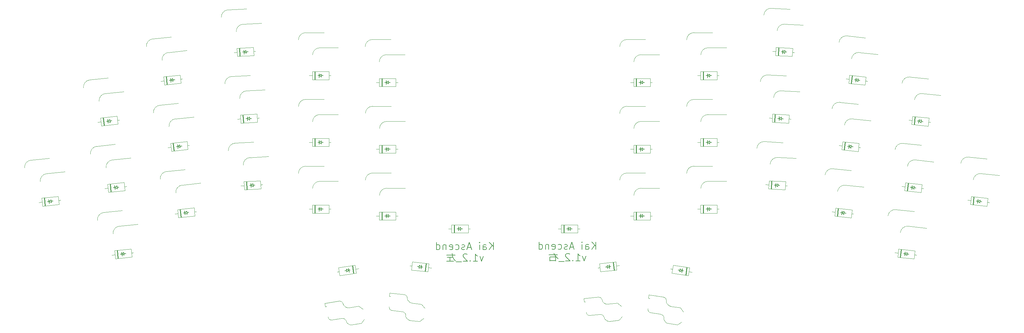
<source format=gbo>
%TF.GenerationSoftware,KiCad,Pcbnew,7.0.9*%
%TF.CreationDate,2024-02-19T09:25:44+08:00*%
%TF.ProjectId,ascend,61736365-6e64-42e6-9b69-6361645f7063,v1.2*%
%TF.SameCoordinates,Original*%
%TF.FileFunction,Legend,Bot*%
%TF.FilePolarity,Positive*%
%FSLAX46Y46*%
G04 Gerber Fmt 4.6, Leading zero omitted, Abs format (unit mm)*
G04 Created by KiCad (PCBNEW 7.0.9) date 2024-02-19 09:25:44*
%MOMM*%
%LPD*%
G01*
G04 APERTURE LIST*
%ADD10C,0.150000*%
%ADD11C,0.120000*%
%ADD12C,0.100000*%
%ADD13C,0.250000*%
G04 APERTURE END LIST*
D10*
X213411442Y-168918836D02*
X213411442Y-166918836D01*
X212268585Y-168918836D02*
X213125728Y-167775978D01*
X212268585Y-166918836D02*
X213411442Y-168061693D01*
X210554299Y-168918836D02*
X210554299Y-167871217D01*
X210554299Y-167871217D02*
X210649537Y-167680740D01*
X210649537Y-167680740D02*
X210840013Y-167585502D01*
X210840013Y-167585502D02*
X211220966Y-167585502D01*
X211220966Y-167585502D02*
X211411442Y-167680740D01*
X210554299Y-168823598D02*
X210744775Y-168918836D01*
X210744775Y-168918836D02*
X211220966Y-168918836D01*
X211220966Y-168918836D02*
X211411442Y-168823598D01*
X211411442Y-168823598D02*
X211506680Y-168633121D01*
X211506680Y-168633121D02*
X211506680Y-168442645D01*
X211506680Y-168442645D02*
X211411442Y-168252169D01*
X211411442Y-168252169D02*
X211220966Y-168156931D01*
X211220966Y-168156931D02*
X210744775Y-168156931D01*
X210744775Y-168156931D02*
X210554299Y-168061693D01*
X209601918Y-168918836D02*
X209601918Y-167585502D01*
X209601918Y-166918836D02*
X209697156Y-167014074D01*
X209697156Y-167014074D02*
X209601918Y-167109312D01*
X209601918Y-167109312D02*
X209506680Y-167014074D01*
X209506680Y-167014074D02*
X209601918Y-166918836D01*
X209601918Y-166918836D02*
X209601918Y-167109312D01*
X207220965Y-168347407D02*
X206268584Y-168347407D01*
X207411441Y-168918836D02*
X206744775Y-166918836D01*
X206744775Y-166918836D02*
X206078108Y-168918836D01*
X205506679Y-168823598D02*
X205316203Y-168918836D01*
X205316203Y-168918836D02*
X204935251Y-168918836D01*
X204935251Y-168918836D02*
X204744774Y-168823598D01*
X204744774Y-168823598D02*
X204649536Y-168633121D01*
X204649536Y-168633121D02*
X204649536Y-168537883D01*
X204649536Y-168537883D02*
X204744774Y-168347407D01*
X204744774Y-168347407D02*
X204935251Y-168252169D01*
X204935251Y-168252169D02*
X205220965Y-168252169D01*
X205220965Y-168252169D02*
X205411441Y-168156931D01*
X205411441Y-168156931D02*
X205506679Y-167966455D01*
X205506679Y-167966455D02*
X205506679Y-167871217D01*
X205506679Y-167871217D02*
X205411441Y-167680740D01*
X205411441Y-167680740D02*
X205220965Y-167585502D01*
X205220965Y-167585502D02*
X204935251Y-167585502D01*
X204935251Y-167585502D02*
X204744774Y-167680740D01*
X202935250Y-168823598D02*
X203125726Y-168918836D01*
X203125726Y-168918836D02*
X203506679Y-168918836D01*
X203506679Y-168918836D02*
X203697155Y-168823598D01*
X203697155Y-168823598D02*
X203792393Y-168728359D01*
X203792393Y-168728359D02*
X203887631Y-168537883D01*
X203887631Y-168537883D02*
X203887631Y-167966455D01*
X203887631Y-167966455D02*
X203792393Y-167775978D01*
X203792393Y-167775978D02*
X203697155Y-167680740D01*
X203697155Y-167680740D02*
X203506679Y-167585502D01*
X203506679Y-167585502D02*
X203125726Y-167585502D01*
X203125726Y-167585502D02*
X202935250Y-167680740D01*
X201316202Y-168823598D02*
X201506678Y-168918836D01*
X201506678Y-168918836D02*
X201887631Y-168918836D01*
X201887631Y-168918836D02*
X202078107Y-168823598D01*
X202078107Y-168823598D02*
X202173345Y-168633121D01*
X202173345Y-168633121D02*
X202173345Y-167871217D01*
X202173345Y-167871217D02*
X202078107Y-167680740D01*
X202078107Y-167680740D02*
X201887631Y-167585502D01*
X201887631Y-167585502D02*
X201506678Y-167585502D01*
X201506678Y-167585502D02*
X201316202Y-167680740D01*
X201316202Y-167680740D02*
X201220964Y-167871217D01*
X201220964Y-167871217D02*
X201220964Y-168061693D01*
X201220964Y-168061693D02*
X202173345Y-168252169D01*
X200363821Y-167585502D02*
X200363821Y-168918836D01*
X200363821Y-167775978D02*
X200268583Y-167680740D01*
X200268583Y-167680740D02*
X200078107Y-167585502D01*
X200078107Y-167585502D02*
X199792392Y-167585502D01*
X199792392Y-167585502D02*
X199601916Y-167680740D01*
X199601916Y-167680740D02*
X199506678Y-167871217D01*
X199506678Y-167871217D02*
X199506678Y-168918836D01*
X197697154Y-168918836D02*
X197697154Y-166918836D01*
X197697154Y-168823598D02*
X197887630Y-168918836D01*
X197887630Y-168918836D02*
X198268583Y-168918836D01*
X198268583Y-168918836D02*
X198459059Y-168823598D01*
X198459059Y-168823598D02*
X198554297Y-168728359D01*
X198554297Y-168728359D02*
X198649535Y-168537883D01*
X198649535Y-168537883D02*
X198649535Y-167966455D01*
X198649535Y-167966455D02*
X198554297Y-167775978D01*
X198554297Y-167775978D02*
X198459059Y-167680740D01*
X198459059Y-167680740D02*
X198268583Y-167585502D01*
X198268583Y-167585502D02*
X197887630Y-167585502D01*
X197887630Y-167585502D02*
X197697154Y-167680740D01*
X210649537Y-170805502D02*
X210173347Y-172138836D01*
X210173347Y-172138836D02*
X209697156Y-170805502D01*
X207887632Y-172138836D02*
X209030489Y-172138836D01*
X208459061Y-172138836D02*
X208459061Y-170138836D01*
X208459061Y-170138836D02*
X208649537Y-170424550D01*
X208649537Y-170424550D02*
X208840013Y-170615026D01*
X208840013Y-170615026D02*
X209030489Y-170710264D01*
X207030489Y-171948359D02*
X206935251Y-172043598D01*
X206935251Y-172043598D02*
X207030489Y-172138836D01*
X207030489Y-172138836D02*
X207125727Y-172043598D01*
X207125727Y-172043598D02*
X207030489Y-171948359D01*
X207030489Y-171948359D02*
X207030489Y-172138836D01*
X206173346Y-170329312D02*
X206078108Y-170234074D01*
X206078108Y-170234074D02*
X205887632Y-170138836D01*
X205887632Y-170138836D02*
X205411441Y-170138836D01*
X205411441Y-170138836D02*
X205220965Y-170234074D01*
X205220965Y-170234074D02*
X205125727Y-170329312D01*
X205125727Y-170329312D02*
X205030489Y-170519788D01*
X205030489Y-170519788D02*
X205030489Y-170710264D01*
X205030489Y-170710264D02*
X205125727Y-170995978D01*
X205125727Y-170995978D02*
X206268584Y-172138836D01*
X206268584Y-172138836D02*
X205030489Y-172138836D01*
X204649537Y-172329312D02*
X203125727Y-172329312D01*
X202840012Y-170424550D02*
X200459060Y-170424550D01*
X202173346Y-171091217D02*
X200649536Y-171091217D01*
X202459060Y-172138836D02*
X200459060Y-172138836D01*
X201411441Y-171091217D02*
X201411441Y-172138836D01*
X201982869Y-169948359D02*
X202173346Y-170995978D01*
X202173346Y-170995978D02*
X202554298Y-171662645D01*
X202554298Y-171662645D02*
X202935250Y-172043598D01*
X241750528Y-168829695D02*
X241750528Y-166829695D01*
X240607671Y-168829695D02*
X241464814Y-167686837D01*
X240607671Y-166829695D02*
X241750528Y-167972552D01*
X238893385Y-168829695D02*
X238893385Y-167782076D01*
X238893385Y-167782076D02*
X238988623Y-167591599D01*
X238988623Y-167591599D02*
X239179099Y-167496361D01*
X239179099Y-167496361D02*
X239560052Y-167496361D01*
X239560052Y-167496361D02*
X239750528Y-167591599D01*
X238893385Y-168734457D02*
X239083861Y-168829695D01*
X239083861Y-168829695D02*
X239560052Y-168829695D01*
X239560052Y-168829695D02*
X239750528Y-168734457D01*
X239750528Y-168734457D02*
X239845766Y-168543980D01*
X239845766Y-168543980D02*
X239845766Y-168353504D01*
X239845766Y-168353504D02*
X239750528Y-168163028D01*
X239750528Y-168163028D02*
X239560052Y-168067790D01*
X239560052Y-168067790D02*
X239083861Y-168067790D01*
X239083861Y-168067790D02*
X238893385Y-167972552D01*
X237941004Y-168829695D02*
X237941004Y-167496361D01*
X237941004Y-166829695D02*
X238036242Y-166924933D01*
X238036242Y-166924933D02*
X237941004Y-167020171D01*
X237941004Y-167020171D02*
X237845766Y-166924933D01*
X237845766Y-166924933D02*
X237941004Y-166829695D01*
X237941004Y-166829695D02*
X237941004Y-167020171D01*
X235560051Y-168258266D02*
X234607670Y-168258266D01*
X235750527Y-168829695D02*
X235083861Y-166829695D01*
X235083861Y-166829695D02*
X234417194Y-168829695D01*
X233845765Y-168734457D02*
X233655289Y-168829695D01*
X233655289Y-168829695D02*
X233274337Y-168829695D01*
X233274337Y-168829695D02*
X233083860Y-168734457D01*
X233083860Y-168734457D02*
X232988622Y-168543980D01*
X232988622Y-168543980D02*
X232988622Y-168448742D01*
X232988622Y-168448742D02*
X233083860Y-168258266D01*
X233083860Y-168258266D02*
X233274337Y-168163028D01*
X233274337Y-168163028D02*
X233560051Y-168163028D01*
X233560051Y-168163028D02*
X233750527Y-168067790D01*
X233750527Y-168067790D02*
X233845765Y-167877314D01*
X233845765Y-167877314D02*
X233845765Y-167782076D01*
X233845765Y-167782076D02*
X233750527Y-167591599D01*
X233750527Y-167591599D02*
X233560051Y-167496361D01*
X233560051Y-167496361D02*
X233274337Y-167496361D01*
X233274337Y-167496361D02*
X233083860Y-167591599D01*
X231274336Y-168734457D02*
X231464812Y-168829695D01*
X231464812Y-168829695D02*
X231845765Y-168829695D01*
X231845765Y-168829695D02*
X232036241Y-168734457D01*
X232036241Y-168734457D02*
X232131479Y-168639218D01*
X232131479Y-168639218D02*
X232226717Y-168448742D01*
X232226717Y-168448742D02*
X232226717Y-167877314D01*
X232226717Y-167877314D02*
X232131479Y-167686837D01*
X232131479Y-167686837D02*
X232036241Y-167591599D01*
X232036241Y-167591599D02*
X231845765Y-167496361D01*
X231845765Y-167496361D02*
X231464812Y-167496361D01*
X231464812Y-167496361D02*
X231274336Y-167591599D01*
X229655288Y-168734457D02*
X229845764Y-168829695D01*
X229845764Y-168829695D02*
X230226717Y-168829695D01*
X230226717Y-168829695D02*
X230417193Y-168734457D01*
X230417193Y-168734457D02*
X230512431Y-168543980D01*
X230512431Y-168543980D02*
X230512431Y-167782076D01*
X230512431Y-167782076D02*
X230417193Y-167591599D01*
X230417193Y-167591599D02*
X230226717Y-167496361D01*
X230226717Y-167496361D02*
X229845764Y-167496361D01*
X229845764Y-167496361D02*
X229655288Y-167591599D01*
X229655288Y-167591599D02*
X229560050Y-167782076D01*
X229560050Y-167782076D02*
X229560050Y-167972552D01*
X229560050Y-167972552D02*
X230512431Y-168163028D01*
X228702907Y-167496361D02*
X228702907Y-168829695D01*
X228702907Y-167686837D02*
X228607669Y-167591599D01*
X228607669Y-167591599D02*
X228417193Y-167496361D01*
X228417193Y-167496361D02*
X228131478Y-167496361D01*
X228131478Y-167496361D02*
X227941002Y-167591599D01*
X227941002Y-167591599D02*
X227845764Y-167782076D01*
X227845764Y-167782076D02*
X227845764Y-168829695D01*
X226036240Y-168829695D02*
X226036240Y-166829695D01*
X226036240Y-168734457D02*
X226226716Y-168829695D01*
X226226716Y-168829695D02*
X226607669Y-168829695D01*
X226607669Y-168829695D02*
X226798145Y-168734457D01*
X226798145Y-168734457D02*
X226893383Y-168639218D01*
X226893383Y-168639218D02*
X226988621Y-168448742D01*
X226988621Y-168448742D02*
X226988621Y-167877314D01*
X226988621Y-167877314D02*
X226893383Y-167686837D01*
X226893383Y-167686837D02*
X226798145Y-167591599D01*
X226798145Y-167591599D02*
X226607669Y-167496361D01*
X226607669Y-167496361D02*
X226226716Y-167496361D01*
X226226716Y-167496361D02*
X226036240Y-167591599D01*
X238988623Y-170716361D02*
X238512433Y-172049695D01*
X238512433Y-172049695D02*
X238036242Y-170716361D01*
X236226718Y-172049695D02*
X237369575Y-172049695D01*
X236798147Y-172049695D02*
X236798147Y-170049695D01*
X236798147Y-170049695D02*
X236988623Y-170335409D01*
X236988623Y-170335409D02*
X237179099Y-170525885D01*
X237179099Y-170525885D02*
X237369575Y-170621123D01*
X235369575Y-171859218D02*
X235274337Y-171954457D01*
X235274337Y-171954457D02*
X235369575Y-172049695D01*
X235369575Y-172049695D02*
X235464813Y-171954457D01*
X235464813Y-171954457D02*
X235369575Y-171859218D01*
X235369575Y-171859218D02*
X235369575Y-172049695D01*
X234512432Y-170240171D02*
X234417194Y-170144933D01*
X234417194Y-170144933D02*
X234226718Y-170049695D01*
X234226718Y-170049695D02*
X233750527Y-170049695D01*
X233750527Y-170049695D02*
X233560051Y-170144933D01*
X233560051Y-170144933D02*
X233464813Y-170240171D01*
X233464813Y-170240171D02*
X233369575Y-170430647D01*
X233369575Y-170430647D02*
X233369575Y-170621123D01*
X233369575Y-170621123D02*
X233464813Y-170906837D01*
X233464813Y-170906837D02*
X234607670Y-172049695D01*
X234607670Y-172049695D02*
X233369575Y-172049695D01*
X232988623Y-172240171D02*
X231464813Y-172240171D01*
X231179098Y-170335409D02*
X228798146Y-170335409D01*
X230607670Y-171954457D02*
X228988622Y-171954457D01*
X230607670Y-170906837D02*
X230607670Y-172049695D01*
X230702908Y-171002076D02*
X228988622Y-171002076D01*
X228988622Y-171002076D02*
X228988622Y-172049695D01*
X230607670Y-170811599D02*
X231274336Y-171478266D01*
X230131479Y-169954457D02*
X230702908Y-171002076D01*
D11*
%TO.C,D5_r1*%
X275270885Y-121822257D02*
X270685885Y-121822257D01*
D12*
X275270885Y-120702257D02*
X275795885Y-120702257D01*
D11*
X275270885Y-119582257D02*
X275270885Y-121822257D01*
D10*
X273195885Y-121102257D02*
X273195885Y-120302257D01*
X273195885Y-121102257D02*
X273195885Y-120302257D01*
X273195885Y-120702257D02*
X273695885Y-120702257D01*
X273195885Y-120702257D02*
X273695885Y-120702257D01*
X273195885Y-120302257D02*
X272595885Y-120702257D01*
X273195885Y-120302257D02*
X272595885Y-120702257D01*
X272595885Y-120702257D02*
X273195885Y-121102257D01*
X272595885Y-120702257D02*
X273195885Y-121102257D01*
X272595885Y-120702257D02*
X272595885Y-121252257D01*
X272595885Y-120702257D02*
X272595885Y-121252257D01*
X272595885Y-120702257D02*
X272595885Y-120152257D01*
X272595885Y-120702257D02*
X272595885Y-120152257D01*
X272195885Y-120702257D02*
X272595885Y-120702257D01*
X272195885Y-120702257D02*
X272595885Y-120702257D01*
D11*
X271405885Y-121822257D02*
X271405885Y-119582257D01*
D13*
X271405885Y-121752257D02*
X271405885Y-119652257D01*
D11*
X270685885Y-121822257D02*
X270685885Y-119582257D01*
X270685885Y-119582257D02*
X275270885Y-119582257D01*
D12*
X269795885Y-120702257D02*
X270685885Y-120702257D01*
D11*
%TO.C,D12*%
X167970885Y-140322257D02*
X163385885Y-140322257D01*
D12*
X167970885Y-139202257D02*
X168495885Y-139202257D01*
D11*
X167970885Y-138082257D02*
X167970885Y-140322257D01*
D10*
X165895885Y-139602257D02*
X165895885Y-138802257D01*
X165895885Y-139602257D02*
X165895885Y-138802257D01*
X165895885Y-139202257D02*
X166395885Y-139202257D01*
X165895885Y-139202257D02*
X166395885Y-139202257D01*
X165895885Y-138802257D02*
X165295885Y-139202257D01*
X165895885Y-138802257D02*
X165295885Y-139202257D01*
X165295885Y-139202257D02*
X165895885Y-139602257D01*
X165295885Y-139202257D02*
X165895885Y-139602257D01*
X165295885Y-139202257D02*
X165295885Y-139752257D01*
X165295885Y-139202257D02*
X165295885Y-139752257D01*
X165295885Y-139202257D02*
X165295885Y-138652257D01*
X165295885Y-139202257D02*
X165295885Y-138652257D01*
X164895885Y-139202257D02*
X165295885Y-139202257D01*
X164895885Y-139202257D02*
X165295885Y-139202257D01*
D11*
X164105885Y-140322257D02*
X164105885Y-138082257D01*
D13*
X164105885Y-140252257D02*
X164105885Y-138152257D01*
D11*
X163385885Y-140322257D02*
X163385885Y-138082257D01*
X163385885Y-138082257D02*
X167970885Y-138082257D01*
D12*
X162495885Y-139202257D02*
X163385885Y-139202257D01*
D11*
%TO.C,S16_r1*%
X326633907Y-139483996D02*
X331705968Y-140017091D01*
X330073522Y-144068649D02*
X335145584Y-144601744D01*
X326633907Y-139483996D02*
G75*
G03*
X324435806Y-141263983I-209058J-1989043D01*
G01*
X330073522Y-144068649D02*
G75*
G03*
X327875422Y-145848636I-209057J-1989043D01*
G01*
%TO.C,S10*%
X142059514Y-139422580D02*
X147152524Y-139155666D01*
X146173980Y-143412713D02*
X151266991Y-143145800D01*
X142059514Y-139422581D02*
G75*
G03*
X140166928Y-141524511I104671J-1997257D01*
G01*
X146173980Y-143412715D02*
G75*
G03*
X144281394Y-145514644I104671J-1997257D01*
G01*
%TO.C,D13*%
X167970885Y-158822257D02*
X163385885Y-158822257D01*
D12*
X167970885Y-157702257D02*
X168495885Y-157702257D01*
D11*
X167970885Y-156582257D02*
X167970885Y-158822257D01*
D10*
X165895885Y-158102257D02*
X165895885Y-157302257D01*
X165895885Y-158102257D02*
X165895885Y-157302257D01*
X165895885Y-157702257D02*
X166395885Y-157702257D01*
X165895885Y-157702257D02*
X166395885Y-157702257D01*
X165895885Y-157302257D02*
X165295885Y-157702257D01*
X165895885Y-157302257D02*
X165295885Y-157702257D01*
X165295885Y-157702257D02*
X165895885Y-158102257D01*
X165295885Y-157702257D02*
X165895885Y-158102257D01*
X165295885Y-157702257D02*
X165295885Y-158252257D01*
X165295885Y-157702257D02*
X165295885Y-158252257D01*
X165295885Y-157702257D02*
X165295885Y-157152257D01*
X165295885Y-157702257D02*
X165295885Y-157152257D01*
X164895885Y-157702257D02*
X165295885Y-157702257D01*
X164895885Y-157702257D02*
X165295885Y-157702257D01*
D11*
X164105885Y-158822257D02*
X164105885Y-156582257D01*
D13*
X164105885Y-158752257D02*
X164105885Y-156652257D01*
D11*
X163385885Y-158822257D02*
X163385885Y-156582257D01*
X163385885Y-156582257D02*
X167970885Y-156582257D01*
D12*
X162495885Y-157702257D02*
X163385885Y-157702257D01*
D11*
%TO.C,S10_r1*%
X289308550Y-120521300D02*
X294401561Y-120788213D01*
X292983394Y-124919654D02*
X298076405Y-125186567D01*
X289308550Y-120521301D02*
G75*
G03*
X287206620Y-122413887I-104673J-1997257D01*
G01*
X292983394Y-124919655D02*
G75*
G03*
X290881464Y-126812241I-104673J-1997257D01*
G01*
%TO.C,D18_r1*%
X349862799Y-156927636D02*
X345302916Y-156448373D01*
D12*
X349979870Y-155813772D02*
X350501994Y-155868649D01*
D11*
X350096942Y-154699907D02*
X349862799Y-156927636D01*
D10*
X347874426Y-155994684D02*
X347958049Y-155199066D01*
X347874426Y-155994684D02*
X347958049Y-155199066D01*
X347916237Y-155596875D02*
X348413498Y-155649139D01*
X347916237Y-155596875D02*
X348413498Y-155649139D01*
X347958049Y-155199066D02*
X347319524Y-155534158D01*
X347958049Y-155199066D02*
X347319524Y-155534158D01*
X347319524Y-155534158D02*
X347874426Y-155994684D01*
X347319524Y-155534158D02*
X347874426Y-155994684D01*
X347319524Y-155534158D02*
X347262034Y-156081145D01*
X347319524Y-155534158D02*
X347262034Y-156081145D01*
X347319524Y-155534158D02*
X347377015Y-154987171D01*
X347319524Y-155534158D02*
X347377015Y-154987171D01*
X346921716Y-155492347D02*
X347319524Y-155534158D01*
X346921716Y-155492347D02*
X347319524Y-155534158D01*
D11*
X346018971Y-156523634D02*
X346253115Y-154295905D01*
D13*
X346026288Y-156454017D02*
X346245798Y-154365521D01*
D11*
X345302916Y-156448373D02*
X345537059Y-154220644D01*
X345537059Y-154220644D02*
X350096942Y-154699907D01*
D12*
X344534863Y-155241478D02*
X345419988Y-155334509D01*
D11*
%TO.C,D10_r1*%
X295043331Y-133859714D02*
X290464615Y-133619754D01*
D12*
X295101948Y-132741249D02*
X295626228Y-132768725D01*
D11*
X295160564Y-131622784D02*
X295043331Y-133859714D01*
D10*
X293008857Y-133032104D02*
X293050726Y-132233200D01*
X293008857Y-133032104D02*
X293050726Y-132233200D01*
X293029791Y-132632652D02*
X293529106Y-132658820D01*
X293029791Y-132632652D02*
X293529106Y-132658820D01*
X293050726Y-132233200D02*
X292430614Y-132601250D01*
X293050726Y-132233200D02*
X292430614Y-132601250D01*
X292430614Y-132601250D02*
X293008857Y-133032104D01*
X292430614Y-132601250D02*
X293008857Y-133032104D01*
X292430614Y-132601250D02*
X292401829Y-133150497D01*
X292430614Y-132601250D02*
X292401829Y-133150497D01*
X292430614Y-132601250D02*
X292459398Y-132052004D01*
X292430614Y-132601250D02*
X292459398Y-132052004D01*
X292031162Y-132580316D02*
X292430614Y-132601250D01*
X292031162Y-132580316D02*
X292430614Y-132601250D01*
D11*
X291183628Y-133657436D02*
X291300861Y-131420506D01*
D13*
X291187292Y-133587532D02*
X291297197Y-131490410D01*
D11*
X290464615Y-133619754D02*
X290581848Y-131382824D01*
X290581848Y-131382824D02*
X295160564Y-131622784D01*
D12*
X289634451Y-132454710D02*
X290523231Y-132501289D01*
D11*
%TO.C,D12_r1*%
X316190889Y-123323877D02*
X311631006Y-122844614D01*
D12*
X316307960Y-122210013D02*
X316830084Y-122264890D01*
D11*
X316425032Y-121096148D02*
X316190889Y-123323877D01*
D10*
X314202516Y-122390925D02*
X314286139Y-121595307D01*
X314202516Y-122390925D02*
X314286139Y-121595307D01*
X314244327Y-121993116D02*
X314741588Y-122045380D01*
X314244327Y-121993116D02*
X314741588Y-122045380D01*
X314286139Y-121595307D02*
X313647614Y-121930399D01*
X314286139Y-121595307D02*
X313647614Y-121930399D01*
X313647614Y-121930399D02*
X314202516Y-122390925D01*
X313647614Y-121930399D02*
X314202516Y-122390925D01*
X313647614Y-121930399D02*
X313590124Y-122477386D01*
X313647614Y-121930399D02*
X313590124Y-122477386D01*
X313647614Y-121930399D02*
X313705105Y-121383412D01*
X313647614Y-121930399D02*
X313705105Y-121383412D01*
X313249806Y-121888588D02*
X313647614Y-121930399D01*
X313249806Y-121888588D02*
X313647614Y-121930399D01*
D11*
X312347061Y-122919875D02*
X312581205Y-120692146D01*
D13*
X312354378Y-122850258D02*
X312573888Y-120761762D01*
D11*
X311631006Y-122844614D02*
X311865149Y-120616885D01*
X311865149Y-120616885D02*
X316425032Y-121096148D01*
D12*
X310862953Y-121637719D02*
X311748078Y-121730750D01*
D11*
%TO.C,S8_r1*%
X265407300Y-189015197D02*
X264335257Y-189794081D01*
X264335257Y-189794081D02*
X261622077Y-189364356D01*
X265084891Y-185061079D02*
X265933601Y-186229228D01*
X262470480Y-184646997D02*
X265084891Y-185061079D01*
X261622077Y-189364356D02*
X261236553Y-189222298D01*
X261236553Y-189222298D02*
X260934588Y-188942617D01*
X261931825Y-184455373D02*
X262470480Y-184646997D01*
X260934588Y-188942617D02*
X260491529Y-188332799D01*
X261505496Y-184085123D02*
X261931825Y-184455373D01*
X260491529Y-188332799D02*
X260526258Y-188113532D01*
X260526258Y-188113532D02*
X260508847Y-187667315D01*
X261242522Y-183584825D02*
X261505496Y-184085123D01*
X260508847Y-187667315D02*
X260325263Y-187266663D01*
X261177708Y-183009604D02*
X261242522Y-183584825D01*
X261143335Y-182702445D02*
X261177708Y-183009604D01*
X260325263Y-187266663D02*
X260000951Y-186968256D01*
X260993072Y-182417430D02*
X261143335Y-182702445D01*
X260000951Y-186968256D02*
X259581953Y-186813809D01*
X260749039Y-182206660D02*
X260993072Y-182417430D01*
X260452085Y-182099891D02*
X260749039Y-182206660D01*
X259581953Y-186813809D02*
X256816426Y-186375792D01*
X256816426Y-186375792D02*
X256503620Y-186260439D01*
X256503620Y-186260439D02*
X256253670Y-186029494D01*
X256253670Y-186029494D02*
X256111268Y-185720413D01*
X256111268Y-185720413D02*
X256094112Y-185285373D01*
X256627560Y-182447888D02*
X256269029Y-182391103D01*
X256269029Y-182391103D02*
X256416391Y-181460700D01*
X256416391Y-181460700D02*
X260452085Y-182099891D01*
%TO.C,D9_r1*%
X296011545Y-115385068D02*
X291432829Y-115145108D01*
D12*
X296070162Y-114266603D02*
X296594442Y-114294079D01*
D11*
X296128778Y-113148138D02*
X296011545Y-115385068D01*
D10*
X293977071Y-114557458D02*
X294018940Y-113758554D01*
X293977071Y-114557458D02*
X294018940Y-113758554D01*
X293998005Y-114158006D02*
X294497320Y-114184174D01*
X293998005Y-114158006D02*
X294497320Y-114184174D01*
X294018940Y-113758554D02*
X293398828Y-114126604D01*
X294018940Y-113758554D02*
X293398828Y-114126604D01*
X293398828Y-114126604D02*
X293977071Y-114557458D01*
X293398828Y-114126604D02*
X293977071Y-114557458D01*
X293398828Y-114126604D02*
X293370043Y-114675851D01*
X293398828Y-114126604D02*
X293370043Y-114675851D01*
X293398828Y-114126604D02*
X293427612Y-113577358D01*
X293398828Y-114126604D02*
X293427612Y-113577358D01*
X292999376Y-114105670D02*
X293398828Y-114126604D01*
X292999376Y-114105670D02*
X293398828Y-114126604D01*
D11*
X292151842Y-115182790D02*
X292269075Y-112945860D01*
D13*
X292155506Y-115112886D02*
X292265411Y-113015764D01*
D11*
X291432829Y-115145108D02*
X291550062Y-112908178D01*
X291550062Y-112908178D02*
X296128778Y-113148138D01*
D12*
X290602665Y-113980064D02*
X291491445Y-114026643D01*
D11*
%TO.C,D3*%
X111581725Y-152576687D02*
X107021842Y-153055950D01*
D12*
X111464653Y-151462822D02*
X111986777Y-151407945D01*
D11*
X111347582Y-150348958D02*
X111581725Y-152576687D01*
D10*
X109442832Y-152077528D02*
X109359209Y-151281910D01*
X109442832Y-152077528D02*
X109359209Y-151281910D01*
X109401020Y-151679719D02*
X109898281Y-151627455D01*
X109401020Y-151679719D02*
X109898281Y-151627455D01*
X109359209Y-151281910D02*
X108804307Y-151742436D01*
X109359209Y-151281910D02*
X108804307Y-151742436D01*
X108804307Y-151742436D02*
X109442832Y-152077528D01*
X108804307Y-151742436D02*
X109442832Y-152077528D01*
X108804307Y-151742436D02*
X108861798Y-152289423D01*
X108804307Y-151742436D02*
X108861798Y-152289423D01*
X108804307Y-151742436D02*
X108746817Y-151195449D01*
X108804307Y-151742436D02*
X108746817Y-151195449D01*
X108406499Y-151784247D02*
X108804307Y-151742436D01*
X108406499Y-151784247D02*
X108804307Y-151742436D01*
D11*
X107737898Y-152980689D02*
X107503754Y-150752960D01*
D13*
X107730581Y-152911073D02*
X107511071Y-150822577D01*
D11*
X107021842Y-153055950D02*
X106787699Y-150828221D01*
X106787699Y-150828221D02*
X111347582Y-150348958D01*
D12*
X106019646Y-152035116D02*
X106904771Y-151942085D01*
D11*
%TO.C,D1_r1*%
X256770885Y-123722257D02*
X252185885Y-123722257D01*
D12*
X256770885Y-122602257D02*
X257295885Y-122602257D01*
D11*
X256770885Y-121482257D02*
X256770885Y-123722257D01*
D10*
X254695885Y-123002257D02*
X254695885Y-122202257D01*
X254695885Y-123002257D02*
X254695885Y-122202257D01*
X254695885Y-122602257D02*
X255195885Y-122602257D01*
X254695885Y-122602257D02*
X255195885Y-122602257D01*
X254695885Y-122202257D02*
X254095885Y-122602257D01*
X254695885Y-122202257D02*
X254095885Y-122602257D01*
X254095885Y-122602257D02*
X254695885Y-123002257D01*
X254095885Y-122602257D02*
X254695885Y-123002257D01*
X254095885Y-122602257D02*
X254095885Y-123152257D01*
X254095885Y-122602257D02*
X254095885Y-123152257D01*
X254095885Y-122602257D02*
X254095885Y-122052257D01*
X254095885Y-122602257D02*
X254095885Y-122052257D01*
X253695885Y-122602257D02*
X254095885Y-122602257D01*
X253695885Y-122602257D02*
X254095885Y-122602257D01*
D11*
X252905885Y-123722257D02*
X252905885Y-121482257D01*
D13*
X252905885Y-123652257D02*
X252905885Y-121552257D01*
D11*
X252185885Y-123722257D02*
X252185885Y-121482257D01*
X252185885Y-121482257D02*
X256770885Y-121482257D01*
D12*
X251295885Y-122602257D02*
X252185885Y-122602257D01*
D11*
%TO.C,S5*%
X119302820Y-110519219D02*
X124374881Y-109986123D01*
X123620475Y-114288550D02*
X128692536Y-113755454D01*
X119302820Y-110519219D02*
G75*
G03*
X117522833Y-112717319I209056J-1989043D01*
G01*
X123620475Y-114288549D02*
G75*
G03*
X121840488Y-116486650I209056J-1989043D01*
G01*
%TO.C,S7_r1*%
X268845885Y-145802257D02*
X273945885Y-145802257D01*
X272745885Y-150002257D02*
X277845885Y-150002257D01*
X268845885Y-145802257D02*
G75*
G03*
X266845885Y-147802257I-1J-1999999D01*
G01*
X272745885Y-150002257D02*
G75*
G03*
X270745885Y-152002257I-1J-1999999D01*
G01*
%TO.C,S13_r1*%
X309228270Y-128102262D02*
X314300331Y-128635357D01*
X312667885Y-132686915D02*
X317739947Y-133220010D01*
X309228270Y-128102262D02*
G75*
G03*
X307030169Y-129882249I-209058J-1989043D01*
G01*
X312667885Y-132686915D02*
G75*
G03*
X310469785Y-134466902I-209057J-1989043D01*
G01*
%TO.C,D8*%
X147220693Y-115139182D02*
X142641977Y-115379142D01*
D12*
X147162077Y-114020717D02*
X147686357Y-113993241D01*
D11*
X147103460Y-112902252D02*
X147220693Y-115139182D01*
D10*
X145110855Y-114528766D02*
X145068986Y-113729862D01*
X145110855Y-114528766D02*
X145068986Y-113729862D01*
X145089920Y-114129314D02*
X145589235Y-114103146D01*
X145089920Y-114129314D02*
X145589235Y-114103146D01*
X145068986Y-113729862D02*
X144490743Y-114160716D01*
X145068986Y-113729862D02*
X144490743Y-114160716D01*
X144490743Y-114160716D02*
X145110855Y-114528766D01*
X144490743Y-114160716D02*
X145110855Y-114528766D01*
X144490743Y-114160716D02*
X144519527Y-114709962D01*
X144490743Y-114160716D02*
X144519527Y-114709962D01*
X144490743Y-114160716D02*
X144461958Y-113611469D01*
X144490743Y-114160716D02*
X144461958Y-113611469D01*
X144091291Y-114181650D02*
X144490743Y-114160716D01*
X144091291Y-114181650D02*
X144490743Y-114160716D01*
D11*
X143360990Y-115341460D02*
X143243757Y-113104530D01*
D13*
X143357326Y-115271556D02*
X143247421Y-113174434D01*
D11*
X142641977Y-115379142D02*
X142524744Y-113142212D01*
X142524744Y-113142212D02*
X147103460Y-112902252D01*
D12*
X141694580Y-114307256D02*
X142583360Y-114260677D01*
D11*
%TO.C,S9_r1*%
X290276767Y-102046653D02*
X295369778Y-102313566D01*
X293951611Y-106445007D02*
X299044622Y-106711920D01*
X290276767Y-102046654D02*
G75*
G03*
X288174837Y-103939240I-104673J-1997257D01*
G01*
X293951611Y-106445008D02*
G75*
G03*
X291849681Y-108337594I-104673J-1997257D01*
G01*
%TO.C,S7*%
X123115421Y-147272030D02*
X128187482Y-146738934D01*
X127433076Y-151041361D02*
X132505137Y-150508265D01*
X123115421Y-147272030D02*
G75*
G03*
X121335434Y-149470130I209056J-1989043D01*
G01*
X127433076Y-151041360D02*
G75*
G03*
X125653089Y-153239461I209056J-1989043D01*
G01*
%TO.C,S13*%
X161545885Y-145802257D02*
X166645885Y-145802257D01*
X165445885Y-150002257D02*
X170545885Y-150002257D01*
X161545885Y-145802257D02*
G75*
G03*
X159545885Y-147802257I-1J-1999999D01*
G01*
X165445885Y-150002257D02*
G75*
G03*
X163445885Y-152002257I-1J-1999999D01*
G01*
%TO.C,D8_r1*%
X263107010Y-173232035D02*
X267635561Y-173949287D01*
D12*
X262931804Y-174338246D02*
X262413267Y-174256118D01*
D11*
X262756597Y-175444457D02*
X263107010Y-173232035D01*
D10*
X265043831Y-174267772D02*
X264918683Y-175057923D01*
X265043831Y-174267772D02*
X264918683Y-175057923D01*
X264981257Y-174662847D02*
X264487413Y-174584630D01*
X264981257Y-174662847D02*
X264487413Y-174584630D01*
X264918683Y-175057923D02*
X265573870Y-174756708D01*
X264918683Y-175057923D02*
X265573870Y-174756708D01*
X265573870Y-174756708D02*
X265043831Y-174267772D01*
X265573870Y-174756708D02*
X265043831Y-174267772D01*
X265573870Y-174756708D02*
X265659909Y-174213479D01*
X265573870Y-174756708D02*
X265659909Y-174213479D01*
X265573870Y-174756708D02*
X265487831Y-175299937D01*
X265573870Y-174756708D02*
X265487831Y-175299937D01*
X265968945Y-174819282D02*
X265573870Y-174756708D01*
X265968945Y-174819282D02*
X265573870Y-174756708D01*
D11*
X266924426Y-173836654D02*
X266574012Y-176049076D01*
D13*
X266913475Y-173905792D02*
X266584963Y-175979938D01*
D11*
X267635561Y-173949287D02*
X267285148Y-176161709D01*
X267285148Y-176161709D02*
X262756597Y-175444457D01*
D12*
X268339397Y-175194725D02*
X267460355Y-175055498D01*
%TO.C,D10*%
X143631011Y-151256551D02*
X144519791Y-151209972D01*
D11*
X144461175Y-150091507D02*
X149039891Y-149851547D01*
X144578408Y-152328437D02*
X144461175Y-150091507D01*
D13*
X145293757Y-152220851D02*
X145183852Y-150123729D01*
D11*
X145297421Y-152290755D02*
X145180188Y-150053825D01*
D10*
X146027722Y-151130945D02*
X146427174Y-151110011D01*
X146027722Y-151130945D02*
X146427174Y-151110011D01*
X146427174Y-151110011D02*
X146398389Y-150560764D01*
X146427174Y-151110011D02*
X146398389Y-150560764D01*
X146427174Y-151110011D02*
X146455958Y-151659257D01*
X146427174Y-151110011D02*
X146455958Y-151659257D01*
X146427174Y-151110011D02*
X147047286Y-151478061D01*
X146427174Y-151110011D02*
X147047286Y-151478061D01*
X147005417Y-150679157D02*
X146427174Y-151110011D01*
X147005417Y-150679157D02*
X146427174Y-151110011D01*
X147026351Y-151078609D02*
X147525666Y-151052441D01*
X147026351Y-151078609D02*
X147525666Y-151052441D01*
X147047286Y-151478061D02*
X147005417Y-150679157D01*
X147047286Y-151478061D02*
X147005417Y-150679157D01*
D11*
X149039891Y-149851547D02*
X149157124Y-152088477D01*
D12*
X149098508Y-150970012D02*
X149622788Y-150942536D01*
D11*
X149157124Y-152088477D02*
X144578408Y-152328437D01*
%TO.C,D9*%
X148188911Y-133613829D02*
X143610195Y-133853789D01*
D12*
X148130295Y-132495364D02*
X148654575Y-132467888D01*
D11*
X148071678Y-131376899D02*
X148188911Y-133613829D01*
D10*
X146079073Y-133003413D02*
X146037204Y-132204509D01*
X146079073Y-133003413D02*
X146037204Y-132204509D01*
X146058138Y-132603961D02*
X146557453Y-132577793D01*
X146058138Y-132603961D02*
X146557453Y-132577793D01*
X146037204Y-132204509D02*
X145458961Y-132635363D01*
X146037204Y-132204509D02*
X145458961Y-132635363D01*
X145458961Y-132635363D02*
X146079073Y-133003413D01*
X145458961Y-132635363D02*
X146079073Y-133003413D01*
X145458961Y-132635363D02*
X145487745Y-133184609D01*
X145458961Y-132635363D02*
X145487745Y-133184609D01*
X145458961Y-132635363D02*
X145430176Y-132086116D01*
X145458961Y-132635363D02*
X145430176Y-132086116D01*
X145059509Y-132656297D02*
X145458961Y-132635363D01*
X145059509Y-132656297D02*
X145458961Y-132635363D01*
D11*
X144329208Y-133816107D02*
X144211975Y-131579177D01*
D13*
X144325544Y-133746203D02*
X144215639Y-131649081D01*
D11*
X143610195Y-133853789D02*
X143492962Y-131616859D01*
X143492962Y-131616859D02*
X148071678Y-131376899D01*
D12*
X142662798Y-132781903D02*
X143551578Y-132735324D01*
D11*
%TO.C,D7*%
X130921137Y-159593610D02*
X126361254Y-160072873D01*
D12*
X130804065Y-158479745D02*
X131326189Y-158424868D01*
D11*
X130686994Y-157365881D02*
X130921137Y-159593610D01*
D10*
X128782244Y-159094451D02*
X128698621Y-158298833D01*
X128782244Y-159094451D02*
X128698621Y-158298833D01*
X128740432Y-158696642D02*
X129237693Y-158644378D01*
X128740432Y-158696642D02*
X129237693Y-158644378D01*
X128698621Y-158298833D02*
X128143719Y-158759359D01*
X128698621Y-158298833D02*
X128143719Y-158759359D01*
X128143719Y-158759359D02*
X128782244Y-159094451D01*
X128143719Y-158759359D02*
X128782244Y-159094451D01*
X128143719Y-158759359D02*
X128201210Y-159306346D01*
X128143719Y-158759359D02*
X128201210Y-159306346D01*
X128143719Y-158759359D02*
X128086229Y-158212372D01*
X128143719Y-158759359D02*
X128086229Y-158212372D01*
X127745911Y-158801170D02*
X128143719Y-158759359D01*
X127745911Y-158801170D02*
X128143719Y-158759359D01*
D11*
X127077310Y-159997612D02*
X126843166Y-157769883D01*
D13*
X127069993Y-159927996D02*
X126850483Y-157839500D01*
D11*
X126361254Y-160072873D02*
X126127111Y-157845144D01*
X126127111Y-157845144D02*
X130686994Y-157365881D01*
D12*
X125359058Y-159052039D02*
X126244183Y-158959008D01*
D11*
%TO.C,D3_r1*%
X256770885Y-160722257D02*
X252185885Y-160722257D01*
D12*
X256770885Y-159602257D02*
X257295885Y-159602257D01*
D11*
X256770885Y-158482257D02*
X256770885Y-160722257D01*
D10*
X254695885Y-160002257D02*
X254695885Y-159202257D01*
X254695885Y-160002257D02*
X254695885Y-159202257D01*
X254695885Y-159602257D02*
X255195885Y-159602257D01*
X254695885Y-159602257D02*
X255195885Y-159602257D01*
X254695885Y-159202257D02*
X254095885Y-159602257D01*
X254695885Y-159202257D02*
X254095885Y-159602257D01*
X254095885Y-159602257D02*
X254695885Y-160002257D01*
X254095885Y-159602257D02*
X254695885Y-160002257D01*
X254095885Y-159602257D02*
X254095885Y-160152257D01*
X254095885Y-159602257D02*
X254095885Y-160152257D01*
X254095885Y-159602257D02*
X254095885Y-159052257D01*
X254095885Y-159602257D02*
X254095885Y-159052257D01*
X253695885Y-159602257D02*
X254095885Y-159602257D01*
X253695885Y-159602257D02*
X254095885Y-159602257D01*
D11*
X252905885Y-160722257D02*
X252905885Y-158482257D01*
D13*
X252905885Y-160652257D02*
X252905885Y-158552257D01*
D11*
X252185885Y-160722257D02*
X252185885Y-158482257D01*
X252185885Y-158482257D02*
X256770885Y-158482257D01*
D12*
X251295885Y-159602257D02*
X252185885Y-159602257D01*
D11*
%TO.C,D20*%
X236771385Y-164294757D02*
X232186385Y-164294757D01*
D12*
X236771385Y-163174757D02*
X237296385Y-163174757D01*
D11*
X236771385Y-162054757D02*
X236771385Y-164294757D01*
D10*
X234696385Y-163574757D02*
X234696385Y-162774757D01*
X234696385Y-163574757D02*
X234696385Y-162774757D01*
X234696385Y-163174757D02*
X235196385Y-163174757D01*
X234696385Y-163174757D02*
X235196385Y-163174757D01*
X234696385Y-162774757D02*
X234096385Y-163174757D01*
X234696385Y-162774757D02*
X234096385Y-163174757D01*
X234096385Y-163174757D02*
X234696385Y-163574757D01*
X234096385Y-163174757D02*
X234696385Y-163574757D01*
X234096385Y-163174757D02*
X234096385Y-163724757D01*
X234096385Y-163174757D02*
X234096385Y-163724757D01*
X234096385Y-163174757D02*
X234096385Y-162624757D01*
X234096385Y-163174757D02*
X234096385Y-162624757D01*
X233696385Y-163174757D02*
X234096385Y-163174757D01*
X233696385Y-163174757D02*
X234096385Y-163174757D01*
D11*
X232906385Y-164294757D02*
X232906385Y-162054757D01*
D13*
X232906385Y-164224757D02*
X232906385Y-162124757D01*
D11*
X232186385Y-164294757D02*
X232186385Y-162054757D01*
X232186385Y-162054757D02*
X236771385Y-162054757D01*
D12*
X231296385Y-163174757D02*
X232186385Y-163174757D01*
D11*
%TO.C,S16*%
X180045885Y-129202257D02*
X185145885Y-129202257D01*
X183945885Y-133402257D02*
X189045885Y-133402257D01*
X180045885Y-129202257D02*
G75*
G03*
X178045885Y-131202257I-1J-1999999D01*
G01*
X183945885Y-133402257D02*
G75*
G03*
X181945885Y-135402257I-1J-1999999D01*
G01*
%TO.C,S12*%
X161545885Y-127302257D02*
X166645885Y-127302257D01*
X165445885Y-131502257D02*
X170545885Y-131502257D01*
X161545885Y-127302257D02*
G75*
G03*
X159545885Y-129302257I-1J-1999999D01*
G01*
X165445885Y-131502257D02*
G75*
G03*
X163445885Y-133502257I-1J-1999999D01*
G01*
%TO.C,S6*%
X121236598Y-128917874D02*
X126308659Y-128384778D01*
X125554253Y-132687205D02*
X130626314Y-132154109D01*
X121236598Y-128917874D02*
G75*
G03*
X119456611Y-131115974I209056J-1989043D01*
G01*
X125554253Y-132687204D02*
G75*
G03*
X123774266Y-134885305I209056J-1989043D01*
G01*
%TO.C,D16*%
X186470885Y-142222257D02*
X181885885Y-142222257D01*
D12*
X186470885Y-141102257D02*
X186995885Y-141102257D01*
D11*
X186470885Y-139982257D02*
X186470885Y-142222257D01*
D10*
X184395885Y-141502257D02*
X184395885Y-140702257D01*
X184395885Y-141502257D02*
X184395885Y-140702257D01*
X184395885Y-141102257D02*
X184895885Y-141102257D01*
X184395885Y-141102257D02*
X184895885Y-141102257D01*
X184395885Y-140702257D02*
X183795885Y-141102257D01*
X184395885Y-140702257D02*
X183795885Y-141102257D01*
X183795885Y-141102257D02*
X184395885Y-141502257D01*
X183795885Y-141102257D02*
X184395885Y-141502257D01*
X183795885Y-141102257D02*
X183795885Y-141652257D01*
X183795885Y-141102257D02*
X183795885Y-141652257D01*
X183795885Y-141102257D02*
X183795885Y-140552257D01*
X183795885Y-141102257D02*
X183795885Y-140552257D01*
X183395885Y-141102257D02*
X183795885Y-141102257D01*
X183395885Y-141102257D02*
X183795885Y-141102257D01*
D11*
X182605885Y-142222257D02*
X182605885Y-139982257D01*
D13*
X182605885Y-142152257D02*
X182605885Y-140052257D01*
D11*
X181885885Y-142222257D02*
X181885885Y-139982257D01*
X181885885Y-139982257D02*
X186470885Y-139982257D01*
D12*
X180995885Y-141102257D02*
X181885885Y-141102257D01*
D11*
%TO.C,D4_r1*%
X242724292Y-172831183D02*
X247284175Y-172351920D01*
D12*
X242841364Y-173945048D02*
X242319240Y-173999925D01*
D11*
X242958435Y-175058912D02*
X242724292Y-172831183D01*
D10*
X244863185Y-173330342D02*
X244946808Y-174125960D01*
X244863185Y-173330342D02*
X244946808Y-174125960D01*
X244904997Y-173728151D02*
X244407736Y-173780415D01*
X244904997Y-173728151D02*
X244407736Y-173780415D01*
X244946808Y-174125960D02*
X245501710Y-173665434D01*
X244946808Y-174125960D02*
X245501710Y-173665434D01*
X245501710Y-173665434D02*
X244863185Y-173330342D01*
X245501710Y-173665434D02*
X244863185Y-173330342D01*
X245501710Y-173665434D02*
X245444219Y-173118447D01*
X245501710Y-173665434D02*
X245444219Y-173118447D01*
X245501710Y-173665434D02*
X245559200Y-174212421D01*
X245501710Y-173665434D02*
X245559200Y-174212421D01*
X245899518Y-173623623D02*
X245501710Y-173665434D01*
X245899518Y-173623623D02*
X245501710Y-173665434D01*
D11*
X246568119Y-172427181D02*
X246802263Y-174654910D01*
D13*
X246575436Y-172496797D02*
X246794946Y-174585293D01*
D11*
X247284175Y-172351920D02*
X247518318Y-174579649D01*
X247518318Y-174579649D02*
X242958435Y-175058912D01*
D12*
X248286371Y-173372754D02*
X247401246Y-173465785D01*
D11*
%TO.C,D4*%
X113515503Y-170975343D02*
X108955620Y-171454606D01*
D12*
X113398431Y-169861478D02*
X113920555Y-169806601D01*
D11*
X113281360Y-168747614D02*
X113515503Y-170975343D01*
D10*
X111376610Y-170476184D02*
X111292987Y-169680566D01*
X111376610Y-170476184D02*
X111292987Y-169680566D01*
X111334798Y-170078375D02*
X111832059Y-170026111D01*
X111334798Y-170078375D02*
X111832059Y-170026111D01*
X111292987Y-169680566D02*
X110738085Y-170141092D01*
X111292987Y-169680566D02*
X110738085Y-170141092D01*
X110738085Y-170141092D02*
X111376610Y-170476184D01*
X110738085Y-170141092D02*
X111376610Y-170476184D01*
X110738085Y-170141092D02*
X110795576Y-170688079D01*
X110738085Y-170141092D02*
X110795576Y-170688079D01*
X110738085Y-170141092D02*
X110680595Y-169594105D01*
X110738085Y-170141092D02*
X110680595Y-169594105D01*
X110340277Y-170182903D02*
X110738085Y-170141092D01*
X110340277Y-170182903D02*
X110738085Y-170141092D01*
D11*
X109671676Y-171379345D02*
X109437532Y-169151616D01*
D13*
X109664359Y-171309729D02*
X109444849Y-169221233D01*
D11*
X108955620Y-171454606D02*
X108721477Y-169226877D01*
X108721477Y-169226877D02*
X113281360Y-168747614D01*
D12*
X107953424Y-170433772D02*
X108838549Y-170340741D01*
D11*
%TO.C,S14*%
X177702516Y-188247877D02*
X176923631Y-189319920D01*
X176923631Y-189319920D02*
X174210451Y-189749646D01*
X176173997Y-184586918D02*
X177342147Y-185435628D01*
X173559586Y-185001000D02*
X176173997Y-184586918D01*
X174210451Y-189749646D02*
X173799898Y-189733674D01*
X173799898Y-189733674D02*
X173426285Y-189560994D01*
X172988080Y-184985209D02*
X173559586Y-185001000D01*
X173426285Y-189560994D02*
X172816468Y-189117935D01*
X172468203Y-184764822D02*
X172988080Y-184985209D01*
X172816468Y-189117935D02*
X172781739Y-188898669D01*
X172781739Y-188898669D02*
X172627292Y-188479671D01*
X172063500Y-184370274D02*
X172468203Y-184764822D01*
X172627292Y-188479671D02*
X172328885Y-188155359D01*
X171824105Y-183843235D02*
X172063500Y-184370274D01*
X171696497Y-183561731D02*
X171824105Y-183843235D01*
X172328885Y-188155359D02*
X171928233Y-187971775D01*
X171465513Y-183337100D02*
X171696497Y-183561731D01*
X171928233Y-187971775D02*
X171482016Y-187954364D01*
X171168293Y-183212056D02*
X171465513Y-183337100D01*
X170852880Y-183202277D02*
X171168293Y-183212056D01*
X171482016Y-187954364D02*
X168716488Y-188392381D01*
X168716488Y-188392381D02*
X168383346Y-188379335D01*
X168383346Y-188379335D02*
X168074264Y-188236933D01*
X168074264Y-188236933D02*
X167843320Y-187986983D01*
X167843320Y-187986983D02*
X167692569Y-187578537D01*
X167323077Y-184715085D02*
X166964546Y-184771870D01*
X166964546Y-184771870D02*
X166817185Y-183841468D01*
X166817185Y-183841468D02*
X170852880Y-183202277D01*
%TO.C,D2*%
X109647950Y-134178032D02*
X105088067Y-134657295D01*
D12*
X109530878Y-133064167D02*
X110053002Y-133009290D01*
D11*
X109413807Y-131950303D02*
X109647950Y-134178032D01*
D10*
X107509057Y-133678873D02*
X107425434Y-132883255D01*
X107509057Y-133678873D02*
X107425434Y-132883255D01*
X107467245Y-133281064D02*
X107964506Y-133228800D01*
X107467245Y-133281064D02*
X107964506Y-133228800D01*
X107425434Y-132883255D02*
X106870532Y-133343781D01*
X107425434Y-132883255D02*
X106870532Y-133343781D01*
X106870532Y-133343781D02*
X107509057Y-133678873D01*
X106870532Y-133343781D02*
X107509057Y-133678873D01*
X106870532Y-133343781D02*
X106928023Y-133890768D01*
X106870532Y-133343781D02*
X106928023Y-133890768D01*
X106870532Y-133343781D02*
X106813042Y-132796794D01*
X106870532Y-133343781D02*
X106813042Y-132796794D01*
X106472724Y-133385592D02*
X106870532Y-133343781D01*
X106472724Y-133385592D02*
X106870532Y-133343781D01*
D11*
X105804123Y-134582034D02*
X105569979Y-132354305D01*
D13*
X105796806Y-134512418D02*
X105577296Y-132423922D01*
D11*
X105088067Y-134657295D02*
X104853924Y-132429566D01*
X104853924Y-132429566D02*
X109413807Y-131950303D01*
D12*
X104085871Y-133636461D02*
X104970996Y-133543430D01*
D11*
%TO.C,D14_r1*%
X312323336Y-160121187D02*
X307763453Y-159641924D01*
D12*
X312440407Y-159007323D02*
X312962531Y-159062200D01*
D11*
X312557479Y-157893458D02*
X312323336Y-160121187D01*
D10*
X310334963Y-159188235D02*
X310418586Y-158392617D01*
X310334963Y-159188235D02*
X310418586Y-158392617D01*
X310376774Y-158790426D02*
X310874035Y-158842690D01*
X310376774Y-158790426D02*
X310874035Y-158842690D01*
X310418586Y-158392617D02*
X309780061Y-158727709D01*
X310418586Y-158392617D02*
X309780061Y-158727709D01*
X309780061Y-158727709D02*
X310334963Y-159188235D01*
X309780061Y-158727709D02*
X310334963Y-159188235D01*
X309780061Y-158727709D02*
X309722571Y-159274696D01*
X309780061Y-158727709D02*
X309722571Y-159274696D01*
X309780061Y-158727709D02*
X309837552Y-158180722D01*
X309780061Y-158727709D02*
X309837552Y-158180722D01*
X309382253Y-158685898D02*
X309780061Y-158727709D01*
X309382253Y-158685898D02*
X309780061Y-158727709D01*
D11*
X308479508Y-159717185D02*
X308713652Y-157489456D01*
D13*
X308486825Y-159647568D02*
X308706335Y-157559072D01*
D11*
X307763453Y-159641924D02*
X307997596Y-157414195D01*
X307997596Y-157414195D02*
X312557479Y-157893458D01*
D12*
X306995400Y-158435029D02*
X307880525Y-158528060D01*
D11*
%TO.C,D1*%
X93381674Y-156400054D02*
X88821791Y-156879317D01*
D12*
X93264602Y-155286189D02*
X93786726Y-155231312D01*
D11*
X93147531Y-154172325D02*
X93381674Y-156400054D01*
D10*
X91242781Y-155900895D02*
X91159158Y-155105277D01*
X91242781Y-155900895D02*
X91159158Y-155105277D01*
X91200969Y-155503086D02*
X91698230Y-155450822D01*
X91200969Y-155503086D02*
X91698230Y-155450822D01*
X91159158Y-155105277D02*
X90604256Y-155565803D01*
X91159158Y-155105277D02*
X90604256Y-155565803D01*
X90604256Y-155565803D02*
X91242781Y-155900895D01*
X90604256Y-155565803D02*
X91242781Y-155900895D01*
X90604256Y-155565803D02*
X90661747Y-156112790D01*
X90604256Y-155565803D02*
X90661747Y-156112790D01*
X90604256Y-155565803D02*
X90546766Y-155018816D01*
X90604256Y-155565803D02*
X90546766Y-155018816D01*
X90206448Y-155607614D02*
X90604256Y-155565803D01*
X90206448Y-155607614D02*
X90604256Y-155565803D01*
D11*
X89537847Y-156804056D02*
X89303703Y-154576327D01*
D13*
X89530530Y-156734440D02*
X89311020Y-154645944D01*
D11*
X88821791Y-156879317D02*
X88587648Y-154651588D01*
X88587648Y-154651588D02*
X93147531Y-154172325D01*
D12*
X87819595Y-155858483D02*
X88704720Y-155765452D01*
D11*
%TO.C,S1_r1*%
X250345885Y-110702257D02*
X255445885Y-110702257D01*
X254245885Y-114902257D02*
X259345885Y-114902257D01*
X250345885Y-110702257D02*
G75*
G03*
X248345885Y-112702257I-1J-1999999D01*
G01*
X254245885Y-114902257D02*
G75*
G03*
X252245885Y-116902257I-1J-1999999D01*
G01*
%TO.C,S1*%
X85630911Y-144122979D02*
X90702972Y-143589883D01*
X89948566Y-147892310D02*
X95020627Y-147359214D01*
X85630911Y-144122979D02*
G75*
G03*
X83850924Y-146321079I209056J-1989043D01*
G01*
X89948566Y-147892309D02*
G75*
G03*
X88168579Y-150090410I209056J-1989043D01*
G01*
%TO.C,D7_r1*%
X275270885Y-158822257D02*
X270685885Y-158822257D01*
D12*
X275270885Y-157702257D02*
X275795885Y-157702257D01*
D11*
X275270885Y-156582257D02*
X275270885Y-158822257D01*
D10*
X273195885Y-158102257D02*
X273195885Y-157302257D01*
X273195885Y-158102257D02*
X273195885Y-157302257D01*
X273195885Y-157702257D02*
X273695885Y-157702257D01*
X273195885Y-157702257D02*
X273695885Y-157702257D01*
X273195885Y-157302257D02*
X272595885Y-157702257D01*
X273195885Y-157302257D02*
X272595885Y-157702257D01*
X272595885Y-157702257D02*
X273195885Y-158102257D01*
X272595885Y-157702257D02*
X273195885Y-158102257D01*
X272595885Y-157702257D02*
X272595885Y-158252257D01*
X272595885Y-157702257D02*
X272595885Y-158252257D01*
X272595885Y-157702257D02*
X272595885Y-157152257D01*
X272595885Y-157702257D02*
X272595885Y-157152257D01*
X272195885Y-157702257D02*
X272595885Y-157702257D01*
X272195885Y-157702257D02*
X272595885Y-157702257D01*
D11*
X271405885Y-158822257D02*
X271405885Y-156582257D01*
D13*
X271405885Y-158752257D02*
X271405885Y-156652257D01*
D11*
X270685885Y-158822257D02*
X270685885Y-156582257D01*
X270685885Y-156582257D02*
X275270885Y-156582257D01*
D12*
X269795885Y-157702257D02*
X270685885Y-157702257D01*
D11*
%TO.C,S8*%
X140123084Y-102473286D02*
X145216094Y-102206372D01*
X144237550Y-106463419D02*
X149330561Y-106196506D01*
X140123084Y-102473287D02*
G75*
G03*
X138230498Y-104575217I104671J-1997257D01*
G01*
X144237550Y-106463421D02*
G75*
G03*
X142344964Y-108565350I104671J-1997257D01*
G01*
%TO.C,S18*%
X194112272Y-187994078D02*
X193082461Y-188828002D01*
X193082461Y-188828002D02*
X190350510Y-188540863D01*
X193583362Y-184062253D02*
X194492045Y-185184384D01*
X190950862Y-183785567D02*
X193583362Y-184062253D01*
X190350510Y-188540863D02*
X189958080Y-188419176D01*
X189958080Y-188419176D02*
X189641890Y-188155682D01*
X190402916Y-183622397D02*
X190950862Y-183785567D01*
X189641890Y-188155682D02*
X189167524Y-187569888D01*
X189957794Y-183274966D02*
X190402916Y-183622397D01*
X189167524Y-187569888D02*
X189190729Y-187349104D01*
X189190729Y-187349104D02*
X189149989Y-186904409D01*
X189668997Y-182789117D02*
X189957794Y-183274966D01*
X189149989Y-186904409D02*
X188945688Y-186513915D01*
X189574168Y-182218076D02*
X189668997Y-182789117D01*
X189523767Y-181913137D02*
X189574168Y-182218076D01*
X188945688Y-186513915D02*
X188606203Y-186232890D01*
X189358792Y-181636376D02*
X189523767Y-181913137D01*
X188606203Y-186232890D02*
X188179696Y-186100583D01*
X189104063Y-181438667D02*
X189358792Y-181636376D01*
X188801929Y-181347586D02*
X189104063Y-181438667D01*
X188179696Y-186100583D02*
X185395035Y-185807903D01*
X185395035Y-185807903D02*
X185076621Y-185709078D01*
X185076621Y-185709078D02*
X184814927Y-185491532D01*
X184814927Y-185491532D02*
X184656544Y-185190327D01*
X184656544Y-185190327D02*
X184616643Y-184756781D01*
X185000858Y-181895266D02*
X184639846Y-181857323D01*
X184639846Y-181857323D02*
X184738312Y-180920483D01*
X184738312Y-180920483D02*
X188801929Y-181347586D01*
%TO.C,D13_r1*%
X314257115Y-141722532D02*
X309697232Y-141243269D01*
D12*
X314374186Y-140608668D02*
X314896310Y-140663545D01*
D11*
X314491258Y-139494803D02*
X314257115Y-141722532D01*
D10*
X312268742Y-140789580D02*
X312352365Y-139993962D01*
X312268742Y-140789580D02*
X312352365Y-139993962D01*
X312310553Y-140391771D02*
X312807814Y-140444035D01*
X312310553Y-140391771D02*
X312807814Y-140444035D01*
X312352365Y-139993962D02*
X311713840Y-140329054D01*
X312352365Y-139993962D02*
X311713840Y-140329054D01*
X311713840Y-140329054D02*
X312268742Y-140789580D01*
X311713840Y-140329054D02*
X312268742Y-140789580D01*
X311713840Y-140329054D02*
X311656350Y-140876041D01*
X311713840Y-140329054D02*
X311656350Y-140876041D01*
X311713840Y-140329054D02*
X311771331Y-139782067D01*
X311713840Y-140329054D02*
X311771331Y-139782067D01*
X311316032Y-140287243D02*
X311713840Y-140329054D01*
X311316032Y-140287243D02*
X311713840Y-140329054D01*
D11*
X310413287Y-141318530D02*
X310647431Y-139090801D01*
D13*
X310420604Y-141248913D02*
X310640114Y-139160417D01*
D11*
X309697232Y-141243269D02*
X309931375Y-139015540D01*
X309931375Y-139015540D02*
X314491258Y-139494803D01*
D12*
X308929179Y-140036374D02*
X309814304Y-140129405D01*
D11*
%TO.C,S3*%
X103830963Y-140299607D02*
X108903024Y-139766511D01*
X108148618Y-144068938D02*
X113220679Y-143535842D01*
X103830963Y-140299607D02*
G75*
G03*
X102050976Y-142497707I209056J-1989043D01*
G01*
X108148618Y-144068937D02*
G75*
G03*
X106368631Y-146267038I209056J-1989043D01*
G01*
%TO.C,D6_r1*%
X275270885Y-140322257D02*
X270685885Y-140322257D01*
D12*
X275270885Y-139202257D02*
X275795885Y-139202257D01*
D11*
X275270885Y-138082257D02*
X275270885Y-140322257D01*
D10*
X273195885Y-139602257D02*
X273195885Y-138802257D01*
X273195885Y-139602257D02*
X273195885Y-138802257D01*
X273195885Y-139202257D02*
X273695885Y-139202257D01*
X273195885Y-139202257D02*
X273695885Y-139202257D01*
X273195885Y-138802257D02*
X272595885Y-139202257D01*
X273195885Y-138802257D02*
X272595885Y-139202257D01*
X272595885Y-139202257D02*
X273195885Y-139602257D01*
X272595885Y-139202257D02*
X273195885Y-139602257D01*
X272595885Y-139202257D02*
X272595885Y-139752257D01*
X272595885Y-139202257D02*
X272595885Y-139752257D01*
X272595885Y-139202257D02*
X272595885Y-138652257D01*
X272595885Y-139202257D02*
X272595885Y-138652257D01*
X272195885Y-139202257D02*
X272595885Y-139202257D01*
X272195885Y-139202257D02*
X272595885Y-139202257D01*
D11*
X271405885Y-140322257D02*
X271405885Y-138082257D01*
D13*
X271405885Y-140252257D02*
X271405885Y-138152257D01*
D11*
X270685885Y-140322257D02*
X270685885Y-138082257D01*
X270685885Y-138082257D02*
X275270885Y-138082257D01*
D12*
X269795885Y-139202257D02*
X270685885Y-139202257D01*
D11*
%TO.C,D19*%
X206470885Y-164294757D02*
X201885885Y-164294757D01*
D12*
X206470885Y-163174757D02*
X206995885Y-163174757D01*
D11*
X206470885Y-162054757D02*
X206470885Y-164294757D01*
D10*
X204395885Y-163574757D02*
X204395885Y-162774757D01*
X204395885Y-163574757D02*
X204395885Y-162774757D01*
X204395885Y-163174757D02*
X204895885Y-163174757D01*
X204395885Y-163174757D02*
X204895885Y-163174757D01*
X204395885Y-162774757D02*
X203795885Y-163174757D01*
X204395885Y-162774757D02*
X203795885Y-163174757D01*
X203795885Y-163174757D02*
X204395885Y-163574757D01*
X203795885Y-163174757D02*
X204395885Y-163574757D01*
X203795885Y-163174757D02*
X203795885Y-163724757D01*
X203795885Y-163174757D02*
X203795885Y-163724757D01*
X203795885Y-163174757D02*
X203795885Y-162624757D01*
X203795885Y-163174757D02*
X203795885Y-162624757D01*
X203395885Y-163174757D02*
X203795885Y-163174757D01*
X203395885Y-163174757D02*
X203795885Y-163174757D01*
D11*
X202605885Y-164294757D02*
X202605885Y-162054757D01*
D13*
X202605885Y-164224757D02*
X202605885Y-162124757D01*
D11*
X201885885Y-164294757D02*
X201885885Y-162054757D01*
X201885885Y-162054757D02*
X206470885Y-162054757D01*
D12*
X200995885Y-163174757D02*
X201885885Y-163174757D01*
D11*
%TO.C,S17_r1*%
X324677879Y-157855174D02*
X329749940Y-158388269D01*
X328117494Y-162439827D02*
X333189556Y-162972922D01*
X324677879Y-157855174D02*
G75*
G03*
X322479778Y-159635161I-209058J-1989043D01*
G01*
X328117494Y-162439827D02*
G75*
G03*
X325919394Y-164219814I-209057J-1989043D01*
G01*
%TO.C,D6*%
X128987361Y-141194953D02*
X124427478Y-141674216D01*
D12*
X128870289Y-140081088D02*
X129392413Y-140026211D01*
D11*
X128753218Y-138967224D02*
X128987361Y-141194953D01*
D10*
X126848468Y-140695794D02*
X126764845Y-139900176D01*
X126848468Y-140695794D02*
X126764845Y-139900176D01*
X126806656Y-140297985D02*
X127303917Y-140245721D01*
X126806656Y-140297985D02*
X127303917Y-140245721D01*
X126764845Y-139900176D02*
X126209943Y-140360702D01*
X126764845Y-139900176D02*
X126209943Y-140360702D01*
X126209943Y-140360702D02*
X126848468Y-140695794D01*
X126209943Y-140360702D02*
X126848468Y-140695794D01*
X126209943Y-140360702D02*
X126267434Y-140907689D01*
X126209943Y-140360702D02*
X126267434Y-140907689D01*
X126209943Y-140360702D02*
X126152453Y-139813715D01*
X126209943Y-140360702D02*
X126152453Y-139813715D01*
X125812135Y-140402513D02*
X126209943Y-140360702D01*
X125812135Y-140402513D02*
X126209943Y-140360702D01*
D11*
X125143534Y-141598955D02*
X124909390Y-139371226D01*
D13*
X125136217Y-141529339D02*
X124916707Y-139440843D01*
D11*
X124427478Y-141674216D02*
X124193335Y-139446487D01*
X124193335Y-139446487D02*
X128753218Y-138967224D01*
D12*
X123425282Y-140653382D02*
X124310407Y-140560351D01*
D11*
%TO.C,S17*%
X180045885Y-147702257D02*
X185145885Y-147702257D01*
X183945885Y-151902257D02*
X189045885Y-151902257D01*
X180045885Y-147702257D02*
G75*
G03*
X178045885Y-149702257I-1J-1999999D01*
G01*
X183945885Y-151902257D02*
G75*
G03*
X181945885Y-153902257I-1J-1999999D01*
G01*
%TO.C,S18_r1*%
X344811707Y-143279888D02*
X349883768Y-143812983D01*
X348251322Y-147864541D02*
X353323384Y-148397636D01*
X344811707Y-143279888D02*
G75*
G03*
X342613606Y-145059875I-209058J-1989043D01*
G01*
X348251322Y-147864541D02*
G75*
G03*
X346053222Y-149644528I-209057J-1989043D01*
G01*
%TO.C,D16_r1*%
X331662749Y-153104267D02*
X327102866Y-152625004D01*
D12*
X331779820Y-151990403D02*
X332301944Y-152045280D01*
D11*
X331896892Y-150876538D02*
X331662749Y-153104267D01*
D10*
X329674376Y-152171315D02*
X329757999Y-151375697D01*
X329674376Y-152171315D02*
X329757999Y-151375697D01*
X329716187Y-151773506D02*
X330213448Y-151825770D01*
X329716187Y-151773506D02*
X330213448Y-151825770D01*
X329757999Y-151375697D02*
X329119474Y-151710789D01*
X329757999Y-151375697D02*
X329119474Y-151710789D01*
X329119474Y-151710789D02*
X329674376Y-152171315D01*
X329119474Y-151710789D02*
X329674376Y-152171315D01*
X329119474Y-151710789D02*
X329061984Y-152257776D01*
X329119474Y-151710789D02*
X329061984Y-152257776D01*
X329119474Y-151710789D02*
X329176965Y-151163802D01*
X329119474Y-151710789D02*
X329176965Y-151163802D01*
X328721666Y-151668978D02*
X329119474Y-151710789D01*
X328721666Y-151668978D02*
X329119474Y-151710789D01*
D11*
X327818921Y-152700265D02*
X328053065Y-150472536D01*
D13*
X327826238Y-152630648D02*
X328045748Y-150542152D01*
D11*
X327102866Y-152625004D02*
X327337009Y-150397275D01*
X327337009Y-150397275D02*
X331896892Y-150876538D01*
D12*
X326334813Y-151418109D02*
X327219938Y-151511140D01*
D11*
%TO.C,S6_r1*%
X268845885Y-127302257D02*
X273945885Y-127302257D01*
X272745885Y-131502257D02*
X277845885Y-131502257D01*
X268845885Y-127302257D02*
G75*
G03*
X266845885Y-129302257I-1J-1999999D01*
G01*
X272745885Y-131502257D02*
G75*
G03*
X270745885Y-133502257I-1J-1999999D01*
G01*
%TO.C,S11_r1*%
X288340335Y-138995945D02*
X293433346Y-139262858D01*
X292015179Y-143394299D02*
X297108190Y-143661212D01*
X288340335Y-138995946D02*
G75*
G03*
X286238405Y-140888532I-104673J-1997257D01*
G01*
X292015179Y-143394300D02*
G75*
G03*
X289913249Y-145286886I-104673J-1997257D01*
G01*
%TO.C,S5_r1*%
X268845885Y-108802257D02*
X273945885Y-108802257D01*
X272745885Y-113002257D02*
X277845885Y-113002257D01*
X268845885Y-108802257D02*
G75*
G03*
X266845885Y-110802257I-1J-1999999D01*
G01*
X272745885Y-113002257D02*
G75*
G03*
X270745885Y-115002257I-1J-1999999D01*
G01*
%TO.C,S3_r1*%
X250345885Y-147702257D02*
X255445885Y-147702257D01*
X254245885Y-151902257D02*
X259345885Y-151902257D01*
X250345885Y-147702257D02*
G75*
G03*
X248345885Y-149702257I-1J-1999999D01*
G01*
X254245885Y-151902257D02*
G75*
G03*
X252245885Y-153902257I-1J-1999999D01*
G01*
%TO.C,S9*%
X141091300Y-120947932D02*
X146184310Y-120681018D01*
X145205766Y-124938065D02*
X150298777Y-124671152D01*
X141091300Y-120947933D02*
G75*
G03*
X139198714Y-123049863I104671J-1997257D01*
G01*
X145205766Y-124938067D02*
G75*
G03*
X143313180Y-127039996I104671J-1997257D01*
G01*
%TO.C,S15*%
X179995885Y-110702257D02*
X185095885Y-110702257D01*
X183895885Y-114902257D02*
X188995885Y-114902257D01*
X179995885Y-110702257D02*
G75*
G03*
X177995885Y-112702257I-1J-1999999D01*
G01*
X183895885Y-114902257D02*
G75*
G03*
X181895885Y-116902257I-1J-1999999D01*
G01*
%TO.C,S15_r1*%
X328567681Y-121085341D02*
X333639742Y-121618436D01*
X332007296Y-125669994D02*
X337079358Y-126203089D01*
X328567681Y-121085341D02*
G75*
G03*
X326369580Y-122865328I-209058J-1989043D01*
G01*
X332007296Y-125669994D02*
G75*
G03*
X329809196Y-127449981I-209057J-1989043D01*
G01*
%TO.C,D15_r1*%
X333596524Y-134705612D02*
X329036641Y-134226349D01*
D12*
X333713595Y-133591748D02*
X334235719Y-133646625D01*
D11*
X333830667Y-132477883D02*
X333596524Y-134705612D01*
D10*
X331608151Y-133772660D02*
X331691774Y-132977042D01*
X331608151Y-133772660D02*
X331691774Y-132977042D01*
X331649962Y-133374851D02*
X332147223Y-133427115D01*
X331649962Y-133374851D02*
X332147223Y-133427115D01*
X331691774Y-132977042D02*
X331053249Y-133312134D01*
X331691774Y-132977042D02*
X331053249Y-133312134D01*
X331053249Y-133312134D02*
X331608151Y-133772660D01*
X331053249Y-133312134D02*
X331608151Y-133772660D01*
X331053249Y-133312134D02*
X330995759Y-133859121D01*
X331053249Y-133312134D02*
X330995759Y-133859121D01*
X331053249Y-133312134D02*
X331110740Y-132765147D01*
X331053249Y-133312134D02*
X331110740Y-132765147D01*
X330655441Y-133270323D02*
X331053249Y-133312134D01*
X330655441Y-133270323D02*
X331053249Y-133312134D01*
D11*
X329752696Y-134301610D02*
X329986840Y-132073881D01*
D13*
X329760013Y-134231993D02*
X329979523Y-132143497D01*
D11*
X329036641Y-134226349D02*
X329270784Y-131998620D01*
X329270784Y-131998620D02*
X333830667Y-132477883D01*
D12*
X328268588Y-133019454D02*
X329153713Y-133112485D01*
D11*
%TO.C,S12_r1*%
X311162049Y-109703606D02*
X316234110Y-110236701D01*
X314601664Y-114288259D02*
X319673726Y-114821354D01*
X311162049Y-109703606D02*
G75*
G03*
X308963948Y-111483593I-209058J-1989043D01*
G01*
X314601664Y-114288259D02*
G75*
G03*
X312403564Y-116068246I-209057J-1989043D01*
G01*
%TO.C,S4_r1*%
X249031186Y-187481189D02*
X248197262Y-188510999D01*
X248197262Y-188510999D02*
X245465311Y-188798139D01*
X247696362Y-183745250D02*
X248818492Y-184653934D01*
X245063863Y-184021937D02*
X247696362Y-183745250D01*
X245465311Y-188798139D02*
X245056156Y-188760702D01*
X245056156Y-188760702D02*
X244692093Y-188568705D01*
X244493966Y-183976257D02*
X245063863Y-184021937D01*
X244692093Y-188568705D02*
X244106299Y-188094339D01*
X243986336Y-183728964D02*
X244493966Y-183976257D01*
X244106299Y-188094339D02*
X244083094Y-187873555D01*
X244083094Y-187873555D02*
X243950787Y-187447048D01*
X243602836Y-183313777D02*
X243986336Y-183728964D01*
X243950787Y-187447048D02*
X243669761Y-187107564D01*
X243391353Y-182774931D02*
X243602836Y-183313777D01*
X243278652Y-182487135D02*
X243391353Y-182774931D01*
X243669761Y-187107564D02*
X243279267Y-186903262D01*
X243059741Y-182250722D02*
X243278652Y-182487135D01*
X243279267Y-186903262D02*
X242834572Y-186862522D01*
X242769473Y-182110294D02*
X243059741Y-182250722D01*
X242455004Y-182084021D02*
X242769473Y-182110294D01*
X242834572Y-186862522D02*
X240049911Y-187155202D01*
X240049911Y-187155202D02*
X239717908Y-187124739D01*
X239717908Y-187124739D02*
X239416702Y-186966356D01*
X239416702Y-186966356D02*
X239199156Y-186704662D01*
X239199156Y-186704662D02*
X239069988Y-186288886D01*
X238850864Y-183410020D02*
X238489853Y-183447964D01*
X238489853Y-183447964D02*
X238391387Y-182511124D01*
X238391387Y-182511124D02*
X242455004Y-182084021D01*
%TO.C,D17*%
X186470885Y-160722257D02*
X181885885Y-160722257D01*
D12*
X186470885Y-159602257D02*
X186995885Y-159602257D01*
D11*
X186470885Y-158482257D02*
X186470885Y-160722257D01*
D10*
X184395885Y-160002257D02*
X184395885Y-159202257D01*
X184395885Y-160002257D02*
X184395885Y-159202257D01*
X184395885Y-159602257D02*
X184895885Y-159602257D01*
X184395885Y-159602257D02*
X184895885Y-159602257D01*
X184395885Y-159202257D02*
X183795885Y-159602257D01*
X184395885Y-159202257D02*
X183795885Y-159602257D01*
X183795885Y-159602257D02*
X184395885Y-160002257D01*
X183795885Y-159602257D02*
X184395885Y-160002257D01*
X183795885Y-159602257D02*
X183795885Y-160152257D01*
X183795885Y-159602257D02*
X183795885Y-160152257D01*
X183795885Y-159602257D02*
X183795885Y-159052257D01*
X183795885Y-159602257D02*
X183795885Y-159052257D01*
X183395885Y-159602257D02*
X183795885Y-159602257D01*
X183395885Y-159602257D02*
X183795885Y-159602257D01*
D11*
X182605885Y-160722257D02*
X182605885Y-158482257D01*
D13*
X182605885Y-160652257D02*
X182605885Y-158552257D01*
D11*
X181885885Y-160722257D02*
X181885885Y-158482257D01*
X181885885Y-158482257D02*
X186470885Y-158482257D01*
D12*
X180995885Y-159602257D02*
X181885885Y-159602257D01*
D11*
%TO.C,D18*%
X190989109Y-172352939D02*
X195548992Y-172832202D01*
D12*
X190872038Y-173466803D02*
X190349914Y-173411926D01*
D11*
X190754966Y-174580668D02*
X190989109Y-172352939D01*
D10*
X192977482Y-173285891D02*
X192893859Y-174081509D01*
X192977482Y-173285891D02*
X192893859Y-174081509D01*
X192935671Y-173683700D02*
X192438410Y-173631436D01*
X192935671Y-173683700D02*
X192438410Y-173631436D01*
X192893859Y-174081509D02*
X193532384Y-173746417D01*
X192893859Y-174081509D02*
X193532384Y-173746417D01*
X193532384Y-173746417D02*
X192977482Y-173285891D01*
X193532384Y-173746417D02*
X192977482Y-173285891D01*
X193532384Y-173746417D02*
X193589874Y-173199430D01*
X193532384Y-173746417D02*
X193589874Y-173199430D01*
X193532384Y-173746417D02*
X193474893Y-174293404D01*
X193532384Y-173746417D02*
X193474893Y-174293404D01*
X193930192Y-173788228D02*
X193532384Y-173746417D01*
X193930192Y-173788228D02*
X193532384Y-173746417D01*
D11*
X194832937Y-172756941D02*
X194598793Y-174984670D01*
D13*
X194825620Y-172826558D02*
X194606110Y-174915054D01*
D11*
X195548992Y-172832202D02*
X195314849Y-175059931D01*
X195314849Y-175059931D02*
X190754966Y-174580668D01*
D12*
X196317045Y-174039097D02*
X195431920Y-173946066D01*
D11*
%TO.C,D15*%
X186470885Y-123722257D02*
X181885885Y-123722257D01*
D12*
X186470885Y-122602257D02*
X186995885Y-122602257D01*
D11*
X186470885Y-121482257D02*
X186470885Y-123722257D01*
D10*
X184395885Y-123002257D02*
X184395885Y-122202257D01*
X184395885Y-123002257D02*
X184395885Y-122202257D01*
X184395885Y-122602257D02*
X184895885Y-122602257D01*
X184395885Y-122602257D02*
X184895885Y-122602257D01*
X184395885Y-122202257D02*
X183795885Y-122602257D01*
X184395885Y-122202257D02*
X183795885Y-122602257D01*
X183795885Y-122602257D02*
X184395885Y-123002257D01*
X183795885Y-122602257D02*
X184395885Y-123002257D01*
X183795885Y-122602257D02*
X183795885Y-123152257D01*
X183795885Y-122602257D02*
X183795885Y-123152257D01*
X183795885Y-122602257D02*
X183795885Y-122052257D01*
X183795885Y-122602257D02*
X183795885Y-122052257D01*
X183395885Y-122602257D02*
X183795885Y-122602257D01*
X183395885Y-122602257D02*
X183795885Y-122602257D01*
D11*
X182605885Y-123722257D02*
X182605885Y-121482257D01*
D13*
X182605885Y-123652257D02*
X182605885Y-121552257D01*
D11*
X181885885Y-123722257D02*
X181885885Y-121482257D01*
X181885885Y-121482257D02*
X186470885Y-121482257D01*
D12*
X180995885Y-122602257D02*
X181885885Y-122602257D01*
D11*
%TO.C,D2_r1*%
X256770885Y-142222257D02*
X252185885Y-142222257D01*
D12*
X256770885Y-141102257D02*
X257295885Y-141102257D01*
D11*
X256770885Y-139982257D02*
X256770885Y-142222257D01*
D10*
X254695885Y-141502257D02*
X254695885Y-140702257D01*
X254695885Y-141502257D02*
X254695885Y-140702257D01*
X254695885Y-141102257D02*
X255195885Y-141102257D01*
X254695885Y-141102257D02*
X255195885Y-141102257D01*
X254695885Y-140702257D02*
X254095885Y-141102257D01*
X254695885Y-140702257D02*
X254095885Y-141102257D01*
X254095885Y-141102257D02*
X254695885Y-141502257D01*
X254095885Y-141102257D02*
X254695885Y-141502257D01*
X254095885Y-141102257D02*
X254095885Y-141652257D01*
X254095885Y-141102257D02*
X254095885Y-141652257D01*
X254095885Y-141102257D02*
X254095885Y-140552257D01*
X254095885Y-141102257D02*
X254095885Y-140552257D01*
X253695885Y-141102257D02*
X254095885Y-141102257D01*
X253695885Y-141102257D02*
X254095885Y-141102257D01*
D11*
X252905885Y-142222257D02*
X252905885Y-139982257D01*
D13*
X252905885Y-142152257D02*
X252905885Y-140052257D01*
D11*
X252185885Y-142222257D02*
X252185885Y-139982257D01*
X252185885Y-139982257D02*
X256770885Y-139982257D01*
D12*
X251295885Y-141102257D02*
X252185885Y-141102257D01*
D11*
%TO.C,S2_r1*%
X250345885Y-129202257D02*
X255445885Y-129202257D01*
X254245885Y-133402257D02*
X259345885Y-133402257D01*
X250345885Y-129202257D02*
G75*
G03*
X248345885Y-131202257I-1J-1999999D01*
G01*
X254245885Y-133402257D02*
G75*
G03*
X252245885Y-135402257I-1J-1999999D01*
G01*
%TO.C,S2*%
X101897185Y-121900952D02*
X106969246Y-121367856D01*
X106214840Y-125670283D02*
X111286901Y-125137187D01*
X101897185Y-121900952D02*
G75*
G03*
X100117198Y-124099052I209056J-1989043D01*
G01*
X106214840Y-125670282D02*
G75*
G03*
X104434853Y-127868383I209056J-1989043D01*
G01*
%TO.C,D17_r1*%
X329728971Y-171502920D02*
X325169088Y-171023657D01*
D12*
X329846042Y-170389056D02*
X330368166Y-170443933D01*
D11*
X329963114Y-169275191D02*
X329728971Y-171502920D01*
D10*
X327740598Y-170569968D02*
X327824221Y-169774350D01*
X327740598Y-170569968D02*
X327824221Y-169774350D01*
X327782409Y-170172159D02*
X328279670Y-170224423D01*
X327782409Y-170172159D02*
X328279670Y-170224423D01*
X327824221Y-169774350D02*
X327185696Y-170109442D01*
X327824221Y-169774350D02*
X327185696Y-170109442D01*
X327185696Y-170109442D02*
X327740598Y-170569968D01*
X327185696Y-170109442D02*
X327740598Y-170569968D01*
X327185696Y-170109442D02*
X327128206Y-170656429D01*
X327185696Y-170109442D02*
X327128206Y-170656429D01*
X327185696Y-170109442D02*
X327243187Y-169562455D01*
X327185696Y-170109442D02*
X327243187Y-169562455D01*
X326787888Y-170067631D02*
X327185696Y-170109442D01*
X326787888Y-170067631D02*
X327185696Y-170109442D01*
D11*
X325885143Y-171098918D02*
X326119287Y-168871189D01*
D13*
X325892460Y-171029301D02*
X326111970Y-168940805D01*
D11*
X325169088Y-171023657D02*
X325403231Y-168795928D01*
X325403231Y-168795928D02*
X329963114Y-169275191D01*
D12*
X324401035Y-169816762D02*
X325286160Y-169909793D01*
D11*
%TO.C,D11*%
X167970885Y-121822257D02*
X163385885Y-121822257D01*
D12*
X167970885Y-120702257D02*
X168495885Y-120702257D01*
D11*
X167970885Y-119582257D02*
X167970885Y-121822257D01*
D10*
X165895885Y-121102257D02*
X165895885Y-120302257D01*
X165895885Y-121102257D02*
X165895885Y-120302257D01*
X165895885Y-120702257D02*
X166395885Y-120702257D01*
X165895885Y-120702257D02*
X166395885Y-120702257D01*
X165895885Y-120302257D02*
X165295885Y-120702257D01*
X165895885Y-120302257D02*
X165295885Y-120702257D01*
X165295885Y-120702257D02*
X165895885Y-121102257D01*
X165295885Y-120702257D02*
X165895885Y-121102257D01*
X165295885Y-120702257D02*
X165295885Y-121252257D01*
X165295885Y-120702257D02*
X165295885Y-121252257D01*
X165295885Y-120702257D02*
X165295885Y-120152257D01*
X165295885Y-120702257D02*
X165295885Y-120152257D01*
X164895885Y-120702257D02*
X165295885Y-120702257D01*
X164895885Y-120702257D02*
X165295885Y-120702257D01*
D11*
X164105885Y-121822257D02*
X164105885Y-119582257D01*
D13*
X164105885Y-121752257D02*
X164105885Y-119652257D01*
D11*
X163385885Y-121822257D02*
X163385885Y-119582257D01*
X163385885Y-119582257D02*
X167970885Y-119582257D01*
D12*
X162495885Y-120702257D02*
X163385885Y-120702257D01*
D11*
%TO.C,D5*%
X127053584Y-122796299D02*
X122493701Y-123275562D01*
D12*
X126936512Y-121682434D02*
X127458636Y-121627557D01*
D11*
X126819441Y-120568570D02*
X127053584Y-122796299D01*
D10*
X124914691Y-122297140D02*
X124831068Y-121501522D01*
X124914691Y-122297140D02*
X124831068Y-121501522D01*
X124872879Y-121899331D02*
X125370140Y-121847067D01*
X124872879Y-121899331D02*
X125370140Y-121847067D01*
X124831068Y-121501522D02*
X124276166Y-121962048D01*
X124831068Y-121501522D02*
X124276166Y-121962048D01*
X124276166Y-121962048D02*
X124914691Y-122297140D01*
X124276166Y-121962048D02*
X124914691Y-122297140D01*
X124276166Y-121962048D02*
X124333657Y-122509035D01*
X124276166Y-121962048D02*
X124333657Y-122509035D01*
X124276166Y-121962048D02*
X124218676Y-121415061D01*
X124276166Y-121962048D02*
X124218676Y-121415061D01*
X123878358Y-122003859D02*
X124276166Y-121962048D01*
X123878358Y-122003859D02*
X124276166Y-121962048D01*
D11*
X123209757Y-123200301D02*
X122975613Y-120972572D01*
D13*
X123202440Y-123130685D02*
X122982930Y-121042189D01*
D11*
X122493701Y-123275562D02*
X122259558Y-121047833D01*
X122259558Y-121047833D02*
X126819441Y-120568570D01*
D12*
X121491505Y-122254728D02*
X122376630Y-122161697D01*
D11*
%TO.C,S11*%
X161545885Y-108802257D02*
X166645885Y-108802257D01*
X165445885Y-113002257D02*
X170545885Y-113002257D01*
X161545885Y-108802257D02*
G75*
G03*
X159545885Y-110802257I-1J-1999999D01*
G01*
X165445885Y-113002257D02*
G75*
G03*
X163445885Y-115002257I-1J-1999999D01*
G01*
%TO.C,S14_r1*%
X307294494Y-146500917D02*
X312366555Y-147034012D01*
X310734109Y-151085570D02*
X315806171Y-151618665D01*
X307294494Y-146500917D02*
G75*
G03*
X305096393Y-148280904I-209058J-1989043D01*
G01*
X310734109Y-151085570D02*
G75*
G03*
X308536009Y-152865557I-209057J-1989043D01*
G01*
%TO.C,D14*%
X170637545Y-173948028D02*
X175166096Y-173230776D01*
D12*
X170812752Y-175054239D02*
X170294215Y-175136367D01*
D11*
X170987958Y-176160450D02*
X170637545Y-173948028D01*
D10*
X172799631Y-174334562D02*
X172924779Y-175124713D01*
X172799631Y-174334562D02*
X172924779Y-175124713D01*
X172862205Y-174729638D02*
X172368361Y-174807855D01*
X172862205Y-174729638D02*
X172368361Y-174807855D01*
X172924779Y-175124713D02*
X173454818Y-174635777D01*
X172924779Y-175124713D02*
X173454818Y-174635777D01*
X173454818Y-174635777D02*
X172799631Y-174334562D01*
X173454818Y-174635777D02*
X172799631Y-174334562D01*
X173454818Y-174635777D02*
X173368779Y-174092548D01*
X173454818Y-174635777D02*
X173368779Y-174092548D01*
X173454818Y-174635777D02*
X173540857Y-175179006D01*
X173454818Y-174635777D02*
X173540857Y-175179006D01*
X173849893Y-174573203D02*
X173454818Y-174635777D01*
X173849893Y-174573203D02*
X173454818Y-174635777D01*
D11*
X174454960Y-173343409D02*
X174805374Y-175555831D01*
D13*
X174465911Y-173412547D02*
X174794423Y-175486693D01*
D11*
X175166096Y-173230776D02*
X175516509Y-175443198D01*
X175516509Y-175443198D02*
X170987958Y-176160450D01*
D12*
X176220345Y-174197760D02*
X175341303Y-174336987D01*
D11*
%TO.C,D11_r1*%
X294075114Y-152334360D02*
X289496398Y-152094400D01*
D12*
X294133731Y-151215895D02*
X294658011Y-151243371D01*
D11*
X294192347Y-150097430D02*
X294075114Y-152334360D01*
D10*
X292040640Y-151506750D02*
X292082509Y-150707846D01*
X292040640Y-151506750D02*
X292082509Y-150707846D01*
X292061574Y-151107298D02*
X292560889Y-151133466D01*
X292061574Y-151107298D02*
X292560889Y-151133466D01*
X292082509Y-150707846D02*
X291462397Y-151075896D01*
X292082509Y-150707846D02*
X291462397Y-151075896D01*
X291462397Y-151075896D02*
X292040640Y-151506750D01*
X291462397Y-151075896D02*
X292040640Y-151506750D01*
X291462397Y-151075896D02*
X291433612Y-151625143D01*
X291462397Y-151075896D02*
X291433612Y-151625143D01*
X291462397Y-151075896D02*
X291491181Y-150526650D01*
X291462397Y-151075896D02*
X291491181Y-150526650D01*
X291062945Y-151054962D02*
X291462397Y-151075896D01*
X291062945Y-151054962D02*
X291462397Y-151075896D01*
D11*
X290215411Y-152132082D02*
X290332644Y-149895152D01*
D13*
X290219075Y-152062178D02*
X290328980Y-149965056D01*
D11*
X289496398Y-152094400D02*
X289613631Y-149857470D01*
X289613631Y-149857470D02*
X294192347Y-150097430D01*
D12*
X288666234Y-150929356D02*
X289555014Y-150975935D01*
D11*
%TO.C,S4*%
X105759510Y-158648537D02*
X110831571Y-158115441D01*
X110077165Y-162417868D02*
X115149226Y-161884772D01*
X105759510Y-158648537D02*
G75*
G03*
X103979523Y-160846637I209056J-1989043D01*
G01*
X110077165Y-162417867D02*
G75*
G03*
X108297178Y-164615968I209056J-1989043D01*
G01*
%TD*%
M02*

</source>
